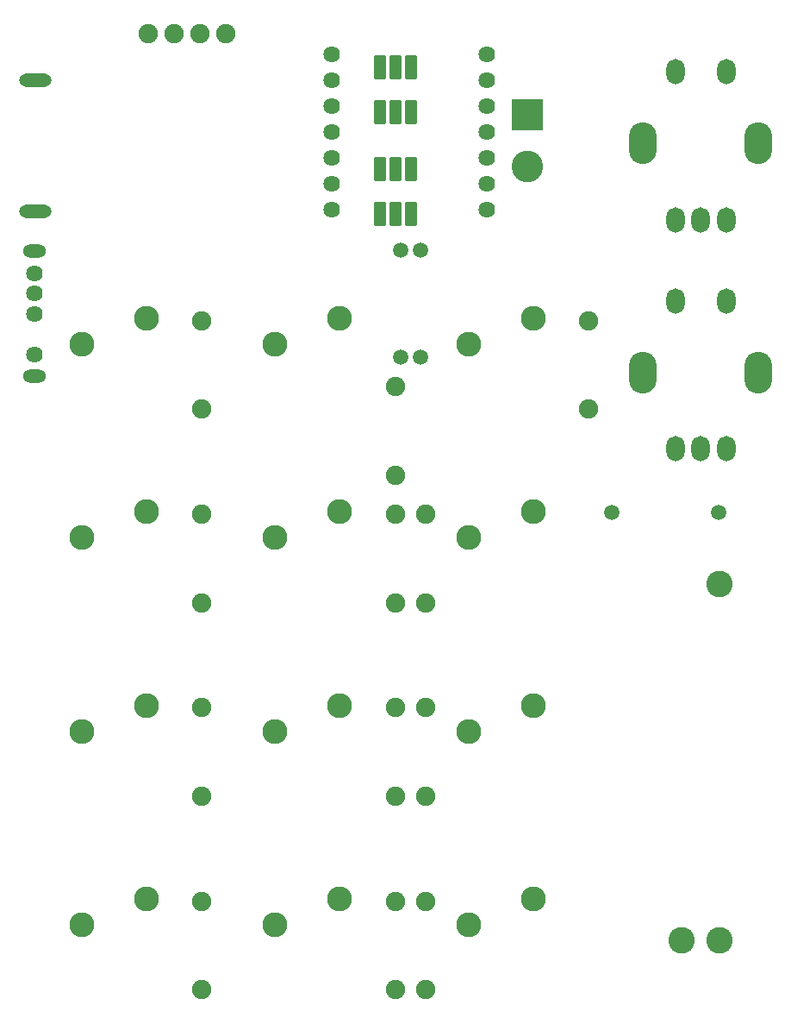
<source format=gts>
G04 Layer: TopSolderMaskLayer*
G04 EasyEDA Pro v2.2.28.1, 2024-10-19 22:50:09*
G04 Gerber Generator version 0.3*
G04 Scale: 100 percent, Rotated: No, Reflected: No*
G04 Dimensions in millimeters*
G04 Leading zeros omitted, absolute positions, 3 integers and 5 decimals*
%FSLAX35Y35*%
%MOMM*%
%AMRoundRect*1,1,$1,$2,$3*1,1,$1,$4,$5*1,1,$1,0-$2,0-$3*1,1,$1,0-$4,0-$5*20,1,$1,$2,$3,$4,$5,0*20,1,$1,$4,$5,0-$2,0-$3,0*20,1,$1,0-$2,0-$3,0-$4,0-$5,0*20,1,$1,0-$4,0-$5,$2,$3,0*4,1,4,$2,$3,$4,$5,0-$2,0-$3,0-$4,0-$5,$2,$3,0*%
%ADD10C,2.45321*%
%ADD11O,1.8016X2.5016*%
%ADD12O,2.70159X4.10159*%
%ADD13C,3.09999*%
%ADD14RoundRect,0.09687X-1.50156X1.50156X1.50156X1.50156*%
%ADD15C,1.90002*%
%ADD16RoundRect,0.09302X-0.50429X-1.13679X-0.50429X1.13679*%
%ADD17C,2.6016*%
%ADD18C,1.6256*%
%ADD19O,2.3016X1.3016*%
%ADD20C,1.5016*%
%ADD21C,1.9016*%
%ADD22O,3.20159X1.3016*%
G75*


G04 Pad Start*
G54D10*
G01X2169008Y5253990D03*
G01X2804008Y5507990D03*
G01X4069004Y5253990D03*
G01X4704004Y5507990D03*
G01X5969000Y5253990D03*
G01X6604000Y5507990D03*
G01X5969000Y3353994D03*
G01X6604000Y3607994D03*
G01X4069004Y3353994D03*
G01X4704004Y3607994D03*
G01X2169008Y3353994D03*
G01X2804008Y3607994D03*
G01X2169008Y-445999D03*
G01X2804008Y-191999D03*
G01X4069004Y-445999D03*
G01X4704004Y-191999D03*
G01X5969000Y-445999D03*
G01X6604000Y-191999D03*
G01X5969000Y1453998D03*
G01X6604000Y1707998D03*
G01X4069004Y1453998D03*
G01X4704004Y1707998D03*
G01X2169008Y1453998D03*
G01X2804008Y1707998D03*
G54D11*
G01X7999984Y5674970D03*
G01X8500008Y5674970D03*
G01X7999984Y4224985D03*
G01X8249971Y4224985D03*
G01X8500008Y4224985D03*
G54D12*
G01X7679969Y4974971D03*
G01X8819998Y4974971D03*
G54D13*
G01X6550000Y6995998D03*
G54D14*
G01X6550000Y7503973D03*
G54D15*
G01X2818994Y8299983D03*
G01X3072994Y8299983D03*
G01X3326994Y8299983D03*
G01X3580994Y8299983D03*
G54D11*
G01X7999984Y7924965D03*
G01X8500008Y7924965D03*
G01X7999984Y6474981D03*
G01X8249971Y6474981D03*
G01X8500008Y6474981D03*
G54D12*
G01X7679969Y7224967D03*
G01X8819998Y7224967D03*
G54D16*
G01X5400015Y7970749D03*
G01X5250002Y7970749D03*
G01X5099990Y7970749D03*
G01X5099990Y7529246D03*
G01X5250002Y7529246D03*
G01X5400015Y7529246D03*
G01X5400015Y6970751D03*
G01X5250002Y6970751D03*
G01X5099990Y6970751D03*
G01X5099990Y6529248D03*
G01X5250002Y6529248D03*
G01X5400015Y6529248D03*
G54D17*
G01X8437499Y-600024D03*
G01X8062493Y-600024D03*
G01X8437499Y2899994D03*
G54D18*
G01X6150026Y8099958D03*
G01X6150026Y7845958D03*
G01X6150026Y7591958D03*
G01X6150026Y7337958D03*
G01X6150026Y7083958D03*
G01X6150026Y6829958D03*
G01X6150026Y6575958D03*
G01X4626026Y6575958D03*
G01X4626026Y6829958D03*
G01X4626026Y7083958D03*
G01X4626026Y7337958D03*
G01X4626026Y7591958D03*
G01X4626026Y7845958D03*
G01X4626026Y8099958D03*
G01X1699997Y5149977D03*
G01X1699997Y5549976D03*
G01X1699997Y5749976D03*
G01X1699997Y5949975D03*
G54D19*
G01X1699997Y6164986D03*
G01X1699997Y4934991D03*
G54D20*
G01X5499989Y6174969D03*
G01X5499989Y5124983D03*
G01X5299989Y6174969D03*
G01X5299989Y5124983D03*
G54D21*
G01X3350006Y5484978D03*
G01X3350006Y4614977D03*
G01X5250002Y4834979D03*
G01X5250002Y3964978D03*
G01X7149998Y5484978D03*
G01X7149998Y4614977D03*
G01X5250002Y3584981D03*
G01X5250002Y2714981D03*
G01X5549976Y2715006D03*
G01X5549976Y3585007D03*
G01X3350006Y3584981D03*
G01X3350006Y2714981D03*
G01X5250002Y1684985D03*
G01X5250002Y814984D03*
G01X5549976Y815010D03*
G01X5549976Y1685011D03*
G01X3350006Y1684985D03*
G01X3350006Y814984D03*
G01X5250002Y-215011D03*
G01X5250002Y-1085012D03*
G01X5549976Y-1084986D03*
G01X5549976Y-214986D03*
G01X3350006Y-215011D03*
G01X3350006Y-1085012D03*
G54D22*
G01X1710512Y7844993D03*
G01X1710512Y6554978D03*
G54D20*
G01X7375004Y3599993D03*
G01X8424990Y3599993D03*
G04 Pad End*

M02*


</source>
